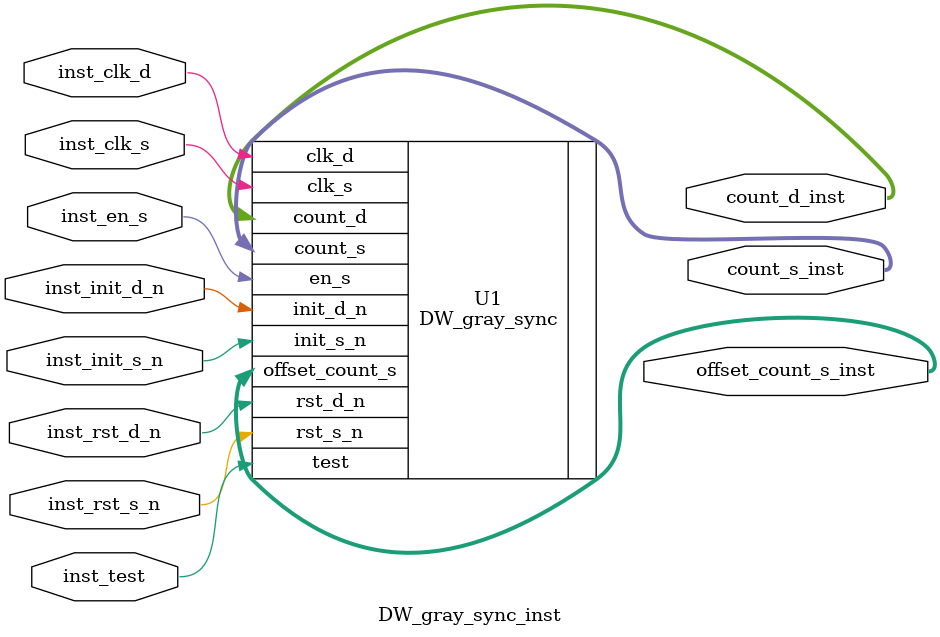
<source format=v>
module DW_gray_sync_inst( inst_clk_s, inst_rst_s_n, inst_init_s_n, inst_en_s, 
			  count_s_inst, offset_count_s_inst, inst_clk_d, inst_rst_d_n, 
			  inst_init_d_n, count_d_inst, inst_test );

parameter width = 8;
parameter offset = 0;
parameter reg_count_d = 1;
parameter f_sync_type = 2;
parameter tst_mode = 0;
parameter verif_en = 2;
parameter pipe_delay = 0;
parameter reg_count_s = 1;
parameter reg_offset_count_s = 1;


input inst_clk_s;
input inst_rst_s_n;
input inst_init_s_n;
input inst_en_s;
output [width-1 : 0] count_s_inst;
output [width-1 : 0] offset_count_s_inst;

input inst_clk_d;
input inst_rst_d_n;
input inst_init_d_n;
output [width-1 : 0] count_d_inst;

input inst_test;

    // Instance of DW_gray_sync
    DW_gray_sync #(width, offset, reg_count_d, f_sync_type, tst_mode, verif_en, pipe_delay, reg_count_s, reg_offset_count_s) 
         U1 ( .clk_s(inst_clk_s), .rst_s_n(inst_rst_s_n), .init_s_n(inst_init_s_n), 
              .en_s(inst_en_s), .count_s(count_s_inst), .offset_count_s(offset_count_s_inst), 
              .clk_d(inst_clk_d), .rst_d_n(inst_rst_d_n), .init_d_n(inst_init_d_n), 
              .count_d(count_d_inst), .test(inst_test) );

endmodule

</source>
